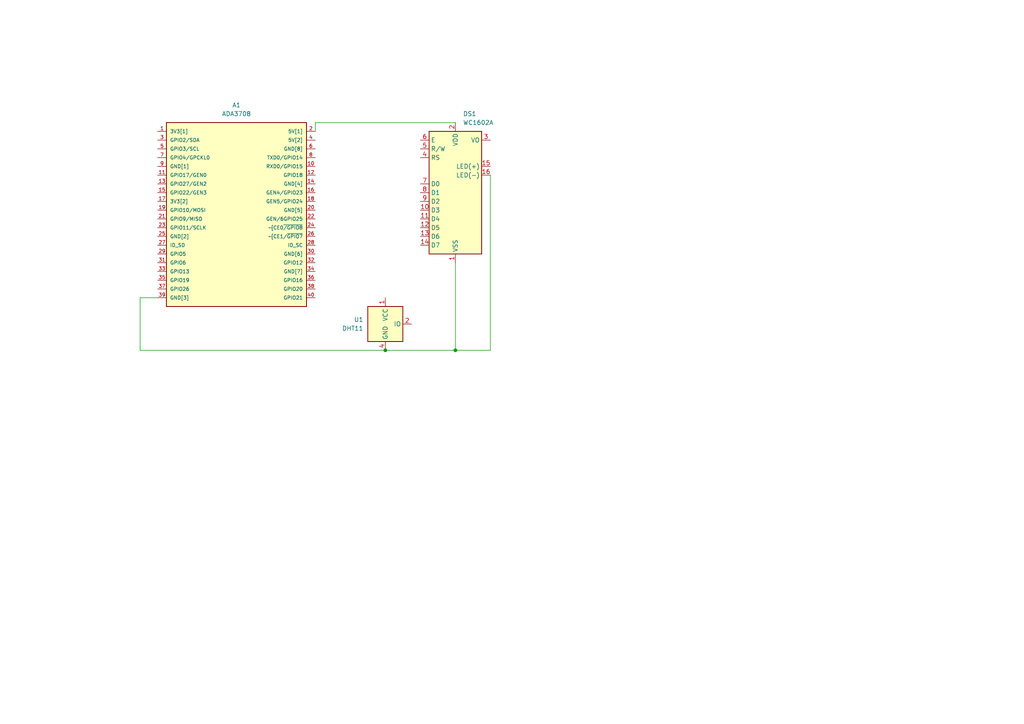
<source format=kicad_sch>
(kicad_sch (version 20230121) (generator eeschema)
  (paper "A4")
  (lib_symbols
    (symbol "ADA3708:ADA3708" (pin_names (offset 1.016))
      (property "Reference" "A" (at -20.34 26.6962 0))
      (property "Value" "ADA3708" (at -20.3391 -30.5087 0))
      (symbol "ADA3708_0_0"
        (rectangle (start -20.32 -27.94) (end 20.32 25.4) (stroke (width 0.254)) (fill (type background)))
        (pin power_in line (at -22.86 22.86 0) (length 2.54) (name "3V3[1]") (number "1"))
        (pin bidirectional line (at 22.86 12.7 180) (length 2.54) (name "RXD0/GPIO15") (number "10"))
        (pin bidirectional line (at -22.86 10.16 0) (length 2.54) (name "GPIO17/GEN0") (number "11"))
        (pin bidirectional line (at 22.86 10.16 180) (length 2.54) (name "GPIO18") (number "12"))
        (pin bidirectional line (at -22.86 7.62 0) (length 2.54) (name "GPIO27/GEN2") (number "13"))
        (pin power_in line (at 22.86 7.62 180) (length 2.54) (name "GND[4]") (number "14"))
        (pin bidirectional line (at -22.86 5.08 0) (length 2.54) (name "GPIO22/GEN3") (number "15"))
        (pin bidirectional line (at 22.86 5.08 180) (length 2.54) (name "GEN4/GPIO23") (number "16"))
        (pin power_in line (at -22.86 2.54 0) (length 2.54) (name "3V3[2]") (number "17"))
        (pin bidirectional line (at 22.86 2.54 180) (length 2.54) (name "GEN5/GPIO24") (number "18"))
        (pin bidirectional line (at -22.86 0 0) (length 2.54) (name "GPIO10/MOSI") (number "19"))
        (pin power_in line (at 22.86 22.86 180) (length 2.54) (name "5V[1]") (number "2"))
        (pin power_in line (at 22.86 0 180) (length 2.54) (name "GND[5]") (number "20"))
        (pin bidirectional line (at -22.86 -2.54 0) (length 2.54) (name "GPIO9/MISO") (number "21"))
        (pin bidirectional line (at 22.86 -2.54 180) (length 2.54) (name "GEN/6GPIO25") (number "22"))
        (pin bidirectional line (at -22.86 -5.08 0) (length 2.54) (name "GPIO11/SCLK") (number "23"))
        (pin bidirectional line (at 22.86 -5.08 180) (length 2.54) (name "~{CE0~{/GPIO8}") (number "24"))
        (pin power_in line (at -22.86 -7.62 0) (length 2.54) (name "GND[2]") (number "25"))
        (pin bidirectional line (at 22.86 -7.62 180) (length 2.54) (name "~{CE1/~{GPIO7}") (number "26"))
        (pin bidirectional line (at -22.86 -10.16 0) (length 2.54) (name "ID_SD") (number "27"))
        (pin bidirectional line (at 22.86 -10.16 180) (length 2.54) (name "ID_SC") (number "28"))
        (pin bidirectional line (at -22.86 -12.7 0) (length 2.54) (name "GPIO5") (number "29"))
        (pin bidirectional line (at -22.86 20.32 0) (length 2.54) (name "GPIO2/SDA") (number "3"))
        (pin power_in line (at 22.86 -12.7 180) (length 2.54) (name "GND[6]") (number "30"))
        (pin bidirectional line (at -22.86 -15.24 0) (length 2.54) (name "GPIO6") (number "31"))
        (pin bidirectional line (at 22.86 -15.24 180) (length 2.54) (name "GPIO12") (number "32"))
        (pin bidirectional line (at -22.86 -17.78 0) (length 2.54) (name "GPIO13") (number "33"))
        (pin power_in line (at 22.86 -17.78 180) (length 2.54) (name "GND[7]") (number "34"))
        (pin bidirectional line (at -22.86 -20.32 0) (length 2.54) (name "GPIO19") (number "35"))
        (pin bidirectional line (at 22.86 -20.32 180) (length 2.54) (name "GPIO16") (number "36"))
        (pin bidirectional line (at -22.86 -22.86 0) (length 2.54) (name "GPIO26") (number "37"))
        (pin bidirectional line (at 22.86 -22.86 180) (length 2.54) (name "GPIO20") (number "38"))
        (pin power_in line (at -22.86 -25.4 0) (length 2.54) (name "GND[3]") (number "39"))
        (pin power_in line (at 22.86 20.32 180) (length 2.54) (name "5V[2]") (number "4"))
        (pin bidirectional line (at 22.86 -25.4 180) (length 2.54) (name "GPIO21") (number "40"))
        (pin bidirectional line (at -22.86 17.78 0) (length 2.54) (name "GPIO3/SCL") (number "5"))
        (pin power_in line (at 22.86 17.78 180) (length 2.54) (name "GND[8]") (number "6"))
        (pin bidirectional line (at -22.86 15.24 0) (length 2.54) (name "GPIO4/GPCKL0") (number "7"))
        (pin bidirectional line (at 22.86 15.24 180) (length 2.54) (name "TXD0/GPIO14") (number "8"))
        (pin power_in line (at -22.86 12.7 0) (length 2.54) (name "GND[1]") (number "9"))
      )
    )
    (symbol "Display_Character:WC1602A"
      (property "Reference" "DS" (at -5.842 19.05 0))
      (property "Value" "WC1602A" (at 5.334 19.05 0))
      (symbol "WC1602A_1_1"
        (rectangle (start -7.62 17.78) (end 7.62 -17.78) (stroke (width 0.254)) (fill (type background)))
        (pin power_in line (at 0 -20.32 90) (length 2.54) (name "VSS") (number "1"))
        (pin input line (at -10.16 -5.08 0) (length 2.54) (name "D3") (number "10"))
        (pin input line (at -10.16 -7.62 0) (length 2.54) (name "D4") (number "11"))
        (pin input line (at -10.16 -10.16 0) (length 2.54) (name "D5") (number "12"))
        (pin input line (at -10.16 -12.7 0) (length 2.54) (name "D6") (number "13"))
        (pin input line (at -10.16 -15.24 0) (length 2.54) (name "D7") (number "14"))
        (pin power_in line (at 10.16 7.62 180) (length 2.54) (name "LED(+)") (number "15"))
        (pin power_in line (at 10.16 5.08 180) (length 2.54) (name "LED(-)") (number "16"))
        (pin power_in line (at 0 20.32 270) (length 2.54) (name "VDD") (number "2"))
        (pin input line (at 10.16 15.24 180) (length 2.54) (name "VO") (number "3"))
        (pin input line (at -10.16 10.16 0) (length 2.54) (name "RS") (number "4"))
        (pin input line (at -10.16 12.7 0) (length 2.54) (name "R/W") (number "5"))
        (pin input line (at -10.16 15.24 0) (length 2.54) (name "E") (number "6"))
        (pin input line (at -10.16 2.54 0) (length 2.54) (name "D0") (number "7"))
        (pin input line (at -10.16 0 0) (length 2.54) (name "D1") (number "8"))
        (pin input line (at -10.16 -2.54 0) (length 2.54) (name "D2") (number "9"))
      )
    )
    (symbol "Sensor:DHT11"
      (property "Reference" "U" (at -3.81 6.35 0))
      (property "Value" "DHT11" (at 3.81 6.35 0))
      (symbol "DHT11_0_1"
        (rectangle (start -5.08 5.08) (end 5.08 -5.08) (stroke (width 0.254)) (fill (type background)))
      )
      (symbol "DHT11_1_1"
        (pin power_in line (at 0 7.62 270) (length 2.54) (name "VCC") (number "1"))
        (pin bidirectional line (at 7.62 0 180) (length 2.54) (name "IO") (number "2"))
        (pin no_connect line (at -5.08 0 0) (length 2.54) hide (name "NC") (number "3"))
        (pin power_in line (at 0 -7.62 90) (length 2.54) (name "GND") (number "4"))
      )
    )
  )
  (junction (at 132.08 101.6))
  (junction (at 111.76 101.6))
  (wire (pts (xy 111.76 101.6) (xy 40.64 101.6)))
  (wire (pts (xy 132.08 35.56) (xy 91.44 35.56)))
  (wire (pts (xy 132.08 101.6) (xy 111.76 101.6)))
  (wire (pts (xy 40.64 101.6) (xy 40.64 86.36)))
  (wire (pts (xy 132.08 101.6) (xy 142.24 101.6)))
  (wire (pts (xy 142.24 50.8) (xy 142.24 101.6)))
  (wire (pts (xy 40.64 86.36) (xy 45.72 86.36)))
  (wire (pts (xy 91.44 35.56) (xy 91.44 38.1)))
  (wire (pts (xy 132.08 76.2) (xy 132.08 101.6)))
  (symbol (lib_id "Display_Character:WC1602A") (at 132.08 55.88 0) (unit 1)
    (property "Reference" "DS1" (at 134.2741 33.02 0) (effects (justify left)))
    (property "Value" "WC1602A" (at 134.2741 35.56 0) (effects (justify left)))
    (property "Footprint" "Display:WC1602A" (effects hide))
    (property "Datasheet" "http://www.wincomlcd.com/pdf/WC1602A-SFYLYHTC06.pdf" (effects hide))
  )
  (symbol (lib_id "Sensor:DHT11") (at 111.76 93.98 0) (unit 1)
    (property "Reference" "U1" (at 105.41 92.71 0) (effects (justify right)))
    (property "Value" "DHT11" (at 105.41 95.25 0) (effects (justify right)))
    (property "Footprint" "Sensor:Aosong_DHT11_5.5x12.0_P2.54mm" (effects hide))
    (property "Datasheet" "http://akizukidenshi.com/download/ds/aosong/DHT11.pdf" (effects hide))
  )
  (symbol (lib_id "ADA3708:ADA3708") (at 68.58 60.96 0) (unit 1)
    (property "Reference" "A1" (at 68.58 30.48 0))
    (property "Value" "ADA3708" (at 68.58 33.02 0))
    (property "Footprint" "ADA3708_RPI-ZERO" (effects hide))
    (property "STANDARD" "MAnufactutrer Recommendations" (effects hide))
    (property "MANUFACTURER" "Raspberry" (effects hide))
  )
)
</source>
